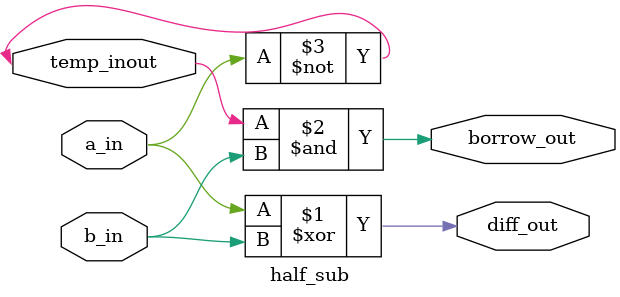
<source format=v>
module half_sub(diff_out, borrow_out, temp_inout, a_in, b_in);

input a_in, b_in;
output diff_out, borrow_out;
inout temp_inout;

xor dut1 (diff_out, a_in, b_in);
not dut2 (temp_inout, a_in);
and dut3 (borrow_out, temp_inout, b_in);

endmodule


</source>
